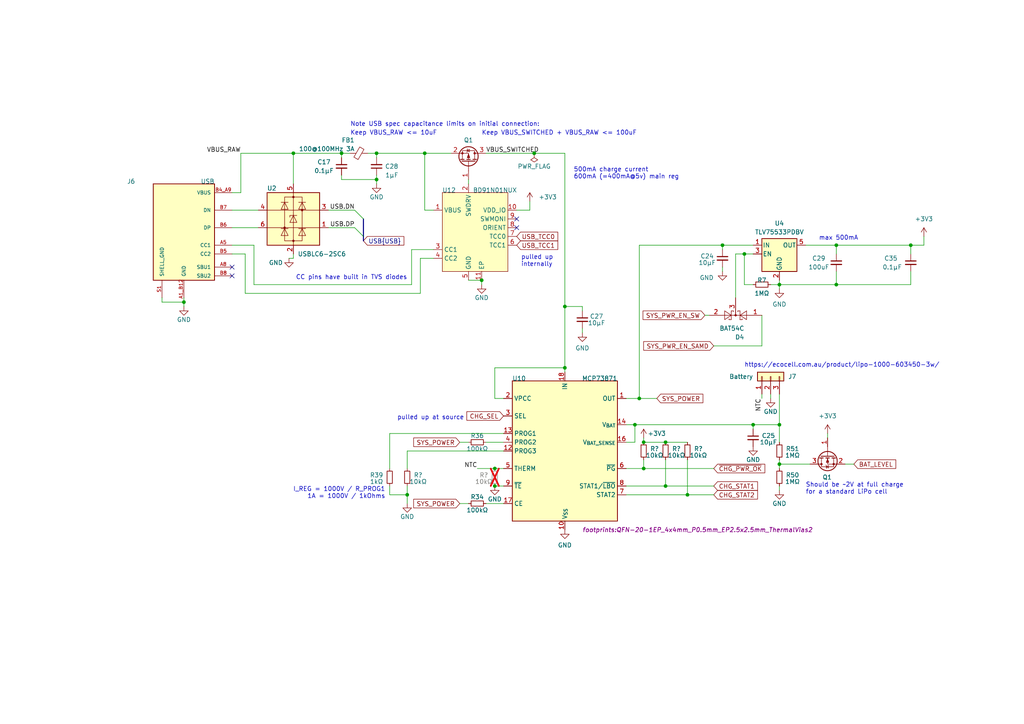
<source format=kicad_sch>
(kicad_sch (version 20230121) (generator eeschema)
  (paper "A4")
  (title_block (title "TANGARA") (date "2023-05-30") (rev "4") (company "made by jacqueline") (comment 1 "SPDX-License-Identifier: CERN-OHL-S-2.0"))
  (lib_symbols
    (symbol "Battery_Management:MCP73871"
      (property "Reference" "U" (at -7.62 24.13 0))
      (property "Value" "MCP73871" (at -15.24 21.59 0))
      (symbol "MCP73871_0_1"
        (rectangle (start -15.24 20.32) (end 15.24 -20.32) (stroke (width 0.254)) (fill (type background)))
      )
      (symbol "MCP73871_1_1"
        (pin power_out line (at 17.78 15.24 180) (length 2.54) (name "OUT") (number "1"))
        (pin power_in line (at 0 -22.86 90) (length 2.54) (name "V_{SS}") (number "10"))
        (pin passive line (at 0 -22.86 90) (length 2.54) hide (name "V_{SS}") (number "11"))
        (pin bidirectional line (at -17.78 0 0) (length 2.54) (name "PROG3") (number "12"))
        (pin bidirectional line (at -17.78 5.08 0) (length 2.54) (name "PROG1") (number "13"))
        (pin power_out line (at 17.78 7.62 180) (length 2.54) (name "V_{BAT}") (number "14"))
        (pin passive line (at 17.78 7.62 180) (length 2.54) hide (name "V_{BAT}") (number "15"))
        (pin input line (at 17.78 2.54 180) (length 2.54) (name "V_{BAT_SENSE}") (number "16"))
        (pin input line (at -17.78 -15.24 0) (length 2.54) (name "CE") (number "17"))
        (pin power_in line (at 0 22.86 270) (length 2.54) (name "IN") (number "18"))
        (pin passive line (at 0 22.86 270) (length 2.54) hide (name "IN") (number "19"))
        (pin input line (at -17.78 15.24 0) (length 2.54) (name "VPCC") (number "2"))
        (pin passive line (at 17.78 15.24 180) (length 2.54) hide (name "OUT") (number "20"))
        (pin passive line (at 0 -22.86 90) (length 2.54) hide (name "V_{SS}") (number "21"))
        (pin input line (at -17.78 10.16 0) (length 2.54) (name "SEL") (number "3"))
        (pin input line (at -17.78 2.54 0) (length 2.54) (name "PROG2") (number "4"))
        (pin bidirectional line (at -17.78 -5.08 0) (length 2.54) (name "THERM") (number "5"))
        (pin open_collector line (at 17.78 -5.08 180) (length 2.54) (name "~{PG}") (number "6"))
        (pin open_collector line (at 17.78 -12.7 180) (length 2.54) (name "STAT2") (number "7"))
        (pin open_collector line (at 17.78 -10.16 180) (length 2.54) (name "STAT1/~{LBO}") (number "8"))
        (pin input line (at -17.78 -10.16 0) (length 2.54) (name "~{TE}") (number "9"))
      )
    )
    (symbol "Connector_Generic:Conn_01x03" (pin_names (offset 1.016) hide)
      (property "Reference" "J" (at 0 5.08 0))
      (property "Value" "Conn_01x03" (at 0 -5.08 0))
      (symbol "Conn_01x03_1_1"
        (rectangle (start -1.27 -2.413) (end 0 -2.667) (stroke (width 0.1524)))
        (rectangle (start -1.27 0.127) (end 0 -0.127) (stroke (width 0.1524)))
        (rectangle (start -1.27 2.667) (end 0 2.413) (stroke (width 0.1524)))
        (rectangle (start -1.27 3.81) (end 1.27 -3.81) (stroke (width 0.254)) (fill (type background)))
        (pin passive line (at -5.08 2.54 0) (length 3.81) (name "Pin_1") (number "1"))
        (pin passive line (at -5.08 0 0) (length 3.81) (name "Pin_2") (number "2"))
        (pin passive line (at -5.08 -2.54 0) (length 3.81) (name "Pin_3") (number "3"))
      )
    )
    (symbol "Device:C_Small" (pin_numbers hide) (pin_names (offset 0.254) hide)
      (property "Reference" "C" (at 0.254 1.778 0))
      (property "Value" "C_Small" (at 0.254 -2.032 0))
      (symbol "C_Small_0_1"
        (polyline (pts (xy -1.524 -0.508) (xy 1.524 -0.508)) (stroke (width 0.3302)))
        (polyline (pts (xy -1.524 0.508) (xy 1.524 0.508)) (stroke (width 0.3048)))
      )
      (symbol "C_Small_1_1"
        (pin passive line (at 0 2.54 270) (length 2.032) (name "~") (number "1"))
        (pin passive line (at 0 -2.54 90) (length 2.032) (name "~") (number "2"))
      )
    )
    (symbol "Device:Ferrite_Bead_Small" (pin_numbers hide) (pin_names (offset 0))
      (property "Reference" "FB" (at 1.905 1.27 0))
      (property "Value" "Device_Ferrite_Bead_Small" (at 1.905 -1.27 0))
      (symbol "Ferrite_Bead_Small_0_1"
        (polyline (pts (xy 0 -1.27) (xy 0 -0.7874)))
        (polyline (pts (xy 0 0.889) (xy 0 1.2954)))
        (polyline (pts (xy -1.8288 0.2794) (xy -1.1176 1.4986) (xy 1.8288 -0.2032) (xy 1.1176 -1.4224) (xy -1.8288 0.2794)))
      )
      (symbol "Ferrite_Bead_Small_1_1"
        (pin passive line (at 0 2.54 270) (length 1.27) (name "~") (number "1"))
        (pin passive line (at 0 -2.54 90) (length 1.27) (name "~") (number "2"))
      )
    )
    (symbol "Device:Q_NMOS_GSD" (pin_names (offset 0) hide)
      (property "Reference" "Q" (at 5.08 1.27 0))
      (property "Value" "Q_NMOS_GSD" (at 5.08 -1.27 0))
      (symbol "Q_NMOS_GSD_0_1"
        (polyline (pts (xy 0.254 0) (xy -2.54 0)))
        (polyline (pts (xy 0.254 1.905) (xy 0.254 -1.905)) (stroke (width 0.254)))
        (polyline (pts (xy 0.762 -1.27) (xy 0.762 -2.286)) (stroke (width 0.254)))
        (polyline (pts (xy 0.762 0.508) (xy 0.762 -0.508)) (stroke (width 0.254)))
        (polyline (pts (xy 0.762 2.286) (xy 0.762 1.27)) (stroke (width 0.254)))
        (polyline (pts (xy 2.54 2.54) (xy 2.54 1.778)))
        (polyline (pts (xy 2.54 -2.54) (xy 2.54 0) (xy 0.762 0)))
        (polyline (pts (xy 0.762 -1.778) (xy 3.302 -1.778) (xy 3.302 1.778) (xy 0.762 1.778)))
        (polyline (pts (xy 1.016 0) (xy 2.032 0.381) (xy 2.032 -0.381) (xy 1.016 0)) (fill (type outline)))
        (polyline (pts (xy 2.794 0.508) (xy 2.921 0.381) (xy 3.683 0.381) (xy 3.81 0.254)))
        (polyline (pts (xy 3.302 0.381) (xy 2.921 -0.254) (xy 3.683 -0.254) (xy 3.302 0.381)))
        (circle (center 1.651 0) (radius 2.794) (stroke (width 0.254)))
        (circle (center 2.54 -1.778) (radius 0.254) (fill (type outline)))
        (circle (center 2.54 1.778) (radius 0.254) (fill (type outline)))
      )
      (symbol "Q_NMOS_GSD_1_1"
        (pin input line (at -5.08 0 0) (length 2.54) (name "G") (number "1"))
        (pin passive line (at 2.54 -5.08 90) (length 2.54) (name "S") (number "2"))
        (pin passive line (at 2.54 5.08 270) (length 2.54) (name "D") (number "3"))
      )
    )
    (symbol "Device:Q_PMOS_GSD" (pin_names (offset 0) hide)
      (property "Reference" "Q" (at 5.08 1.27 0))
      (property "Value" "Q_PMOS_GSD" (at 5.08 -1.27 0))
      (symbol "Q_PMOS_GSD_0_1"
        (polyline (pts (xy 0.254 0) (xy -2.54 0)))
        (polyline (pts (xy 0.254 1.905) (xy 0.254 -1.905)) (stroke (width 0.254)))
        (polyline (pts (xy 0.762 -1.27) (xy 0.762 -2.286)) (stroke (width 0.254)))
        (polyline (pts (xy 0.762 0.508) (xy 0.762 -0.508)) (stroke (width 0.254)))
        (polyline (pts (xy 0.762 2.286) (xy 0.762 1.27)) (stroke (width 0.254)))
        (polyline (pts (xy 2.54 2.54) (xy 2.54 1.778)))
        (polyline (pts (xy 2.54 -2.54) (xy 2.54 0) (xy 0.762 0)))
        (polyline (pts (xy 0.762 1.778) (xy 3.302 1.778) (xy 3.302 -1.778) (xy 0.762 -1.778)))
        (polyline (pts (xy 2.286 0) (xy 1.27 0.381) (xy 1.27 -0.381) (xy 2.286 0)) (fill (type outline)))
        (polyline (pts (xy 2.794 -0.508) (xy 2.921 -0.381) (xy 3.683 -0.381) (xy 3.81 -0.254)))
        (polyline (pts (xy 3.302 -0.381) (xy 2.921 0.254) (xy 3.683 0.254) (xy 3.302 -0.381)))
        (circle (center 1.651 0) (radius 2.794) (stroke (width 0.254)))
        (circle (center 2.54 -1.778) (radius 0.254) (fill (type outline)))
        (circle (center 2.54 1.778) (radius 0.254) (fill (type outline)))
      )
      (symbol "Q_PMOS_GSD_1_1"
        (pin input line (at -5.08 0 0) (length 2.54) (name "G") (number "1"))
        (pin passive line (at 2.54 -5.08 90) (length 2.54) (name "S") (number "2"))
        (pin passive line (at 2.54 5.08 270) (length 2.54) (name "D") (number "3"))
      )
    )
    (symbol "Device:R_Small" (pin_numbers hide) (pin_names (offset 0.254) hide)
      (property "Reference" "R" (at 0.762 0.508 0))
      (property "Value" "R_Small" (at 0.762 -1.016 0))
      (symbol "R_Small_0_1"
        (rectangle (start -0.762 1.778) (end 0.762 -1.778) (stroke (width 0.2032)))
      )
      (symbol "R_Small_1_1"
        (pin passive line (at 0 2.54 270) (length 0.762) (name "~") (number "1"))
        (pin passive line (at 0 -2.54 90) (length 0.762) (name "~") (number "2"))
      )
    )
    (symbol "Diode:BAT54C" (pin_names (offset 1.016))
      (property "Reference" "D" (at 0.635 -3.81 0))
      (property "Value" "BAT54C" (at -6.35 3.175 0))
      (symbol "BAT54C_0_1"
        (polyline (pts (xy -1.905 0) (xy 1.905 0)))
        (polyline (pts (xy -1.905 1.27) (xy -1.905 1.016)))
        (polyline (pts (xy -1.27 -1.27) (xy -0.635 -1.27)))
        (polyline (pts (xy -1.27 0) (xy -3.81 0)))
        (polyline (pts (xy -1.27 1.27) (xy -1.905 1.27)))
        (polyline (pts (xy -1.27 1.27) (xy -1.27 -1.27)))
        (polyline (pts (xy -0.635 -1.27) (xy -0.635 -1.016)))
        (polyline (pts (xy 0.635 -1.27) (xy 0.635 -1.016)))
        (polyline (pts (xy 1.27 -1.27) (xy 0.635 -1.27)))
        (polyline (pts (xy 1.27 1.27) (xy 1.27 -1.27)))
        (polyline (pts (xy 1.27 1.27) (xy 1.905 1.27)))
        (polyline (pts (xy 1.905 1.27) (xy 1.905 1.016)))
        (polyline (pts (xy 3.81 0) (xy 1.27 0)))
        (polyline (pts (xy -3.175 -1.27) (xy -3.175 1.27) (xy -1.27 0) (xy -3.175 -1.27)))
        (polyline (pts (xy 3.175 -1.27) (xy 3.175 1.27) (xy 1.27 0) (xy 3.175 -1.27)))
        (circle (center 0 0) (radius 0.254) (fill (type outline)))
      )
      (symbol "BAT54C_1_1"
        (pin passive line (at -7.62 0 0) (length 3.81) (name "~") (number "1"))
        (pin passive line (at 7.62 0 180) (length 3.81) (name "~") (number "2"))
        (pin passive line (at 0 -5.08 90) (length 5.08) (name "~") (number "3"))
      )
    )
    (symbol "Power_Protection:USBLC6-2SC6" (pin_names hide)
      (property "Reference" "U2" (at -7.62 8.89 0))
      (property "Value" "USBLC6-2SC6" (at 1.27 -10.16 0))
      (symbol "USBLC6-2SC6_0_1"
        (rectangle (start -7.62 7.62) (end 7.62 -7.62) (stroke (width 0.254)) (fill (type background)))
        (circle (center -2.54 -2.54) (radius 0.254) (fill (type outline)))
        (rectangle (start -2.54 6.35) (end 2.54 -6.35))
        (circle (center 0 -6.35) (radius 0.254) (fill (type outline)))
        (polyline (pts (xy -7.62 -2.54) (xy 7.62 -2.54)))
        (polyline (pts (xy -1.524 -2.794) (xy -3.556 -2.794)))
        (polyline (pts (xy -1.524 4.826) (xy -3.556 4.826)))
        (polyline (pts (xy 0 -7.62) (xy 0 -6.35)))
        (polyline (pts (xy 0 -6.35) (xy 0 1.27)))
        (polyline (pts (xy 0 1.27) (xy 0 6.35)))
        (polyline (pts (xy 0 6.35) (xy 0 7.62)))
        (polyline (pts (xy 1.524 -2.794) (xy 3.556 -2.794)))
        (polyline (pts (xy 1.524 4.826) (xy 3.556 4.826)))
        (polyline (pts (xy 7.62 2.54) (xy -7.62 2.54)))
        (polyline (pts (xy -3.556 -4.826) (xy -1.524 -4.826) (xy -2.54 -2.794) (xy -3.556 -4.826)))
        (polyline (pts (xy -3.556 2.794) (xy -1.524 2.794) (xy -2.54 4.826) (xy -3.556 2.794)))
        (polyline (pts (xy -1.016 -1.016) (xy 1.016 -1.016) (xy 0 1.016) (xy -1.016 -1.016)))
        (polyline (pts (xy 1.016 1.016) (xy 0.762 1.016) (xy -1.016 1.016) (xy -1.016 0.508)))
        (polyline (pts (xy 3.556 -4.826) (xy 1.524 -4.826) (xy 2.54 -2.794) (xy 3.556 -4.826)))
        (polyline (pts (xy 3.556 2.794) (xy 1.524 2.794) (xy 2.54 4.826) (xy 3.556 2.794)))
        (circle (center 0 6.35) (radius 0.254) (fill (type outline)))
        (circle (center 2.54 2.54) (radius 0.254) (fill (type outline)))
      )
      (symbol "USBLC6-2SC6_1_1"
        (pin passive line (at 10.16 -2.54 180) (length 2.54) (name "I/O1") (number "1"))
        (pin passive line (at 0 -10.16 90) (length 2.54) (name "GND") (number "2"))
        (pin passive line (at 10.16 2.54 180) (length 2.54) (name "I/O2") (number "3"))
        (pin passive line (at -10.16 2.54 0) (length 2.54) (name "I/O2") (number "4"))
        (pin passive line (at 0 10.16 270) (length 2.54) (name "VBUS") (number "5"))
        (pin passive line (at -10.16 -2.54 0) (length 2.54) (name "I/O1") (number "6"))
      )
    )
    (symbol "Regulator_Linear:TLV75533PDBV" (pin_names (offset 0.254))
      (property "Reference" "U" (at -3.81 5.715 0))
      (property "Value" "TLV75533PDBV" (at 0 5.715 0))
      (symbol "TLV75533PDBV_0_1"
        (rectangle (start -5.08 4.445) (end 5.08 -5.08) (stroke (width 0.254)) (fill (type background)))
      )
      (symbol "TLV75533PDBV_1_1"
        (pin power_in line (at -7.62 2.54 0) (length 2.54) (name "IN") (number "1"))
        (pin power_in line (at 0 -7.62 90) (length 2.54) (name "GND") (number "2"))
        (pin input line (at -7.62 0 0) (length 2.54) (name "EN") (number "3"))
        (pin no_connect line (at 5.08 0 180) (length 2.54) hide (name "NC") (number "4"))
        (pin power_out line (at 7.62 2.54 180) (length 2.54) (name "OUT") (number "5"))
      )
    )
    (symbol "power:+3V3" (power) (pin_names (offset 0))
      (property "Value" "+3V3" (at 0 3.556 0))
      (symbol "+3V3_0_1"
        (polyline (pts (xy -0.762 1.27) (xy 0 2.54)))
        (polyline (pts (xy 0 0) (xy 0 2.54)))
        (polyline (pts (xy 0 2.54) (xy 0.762 1.27)))
      )
      (symbol "+3V3_1_1"
        (pin power_in line (at 0 0 90) (length 0) hide (name "+3V3") (number "1"))
      )
    )
    (symbol "power:GND" (power) (pin_names (offset 0))
      (property "Value" "GND" (at 0 -3.81 0))
      (symbol "GND_0_1"
        (polyline (pts (xy 0 0) (xy 0 -1.27) (xy 1.27 -1.27) (xy 0 -2.54) (xy -1.27 -1.27) (xy 0 -1.27)))
      )
      (symbol "GND_1_1"
        (pin power_in line (at 0 0 270) (length 0) hide (name "GND") (number "1"))
      )
    )
    (symbol "power:PWR_FLAG" (power) (pin_numbers hide) (pin_names (offset 0) hide)
      (property "Value" "PWR_FLAG" (at 0 3.81 0))
      (symbol "PWR_FLAG_0_0"
        (pin power_out line (at 0 0 90) (length 0) (name "pwr") (number "1"))
      )
      (symbol "PWR_FLAG_0_1"
        (polyline (pts (xy 0 0) (xy 0 1.27) (xy -1.016 1.905) (xy 0 2.54) (xy 1.016 1.905) (xy 0 1.27)))
      )
    )
    (symbol "symbols:BD91N01NUX"
      (property "Reference" "U" (at 0 13.97 0))
      (property "Value" "BD91N01NUX" (at 5.08 16.51 0))
      (symbol "BD91N01NUX_0_1"
        (rectangle (start -12.7 12.7) (end 6.35 -10.16) (fill (type background)))
      )
      (symbol "BD91N01NUX_1_1"
        (pin power_in line (at -15.24 7.62 0) (length 2.54) (name "VBUS") (number "1"))
        (pin power_in line (at 8.89 7.62 180) (length 2.54) (name "VDD_IO") (number "10"))
        (pin power_in line (at -1.27 -12.7 90) (length 2.54) (name "EP") (number "11"))
        (pin output line (at -5.08 15.24 270) (length 2.54) (name "SWDRV") (number "2"))
        (pin input line (at -15.24 -3.81 0) (length 2.54) (name "CC1") (number "3"))
        (pin input line (at -15.24 -6.35 0) (length 2.54) (name "CC2") (number "4"))
        (pin power_in line (at -5.08 -12.7 90) (length 2.54) (name "GND") (number "5"))
        (pin output line (at 8.89 -2.54 180) (length 2.54) (name "TCC1") (number "6"))
        (pin output line (at 8.89 0 180) (length 2.54) (name "TCC0") (number "7"))
        (pin output line (at 8.89 2.54 180) (length 2.54) (name "ORIENT") (number "8"))
        (pin output line (at 8.89 5.08 180) (length 2.54) (name "SWMONI") (number "9"))
      )
    )
    (symbol "symbols:USB4510-03-1-A_REVA" (pin_names (offset 1.016))
      (property "Reference" "J" (at -12.7 16.002 0))
      (property "Value" "USB4510-03-1-A_REVA" (at -12.7 -18.542 0))
      (symbol "USB4510-03-1-A_REVA_0_0"
        (rectangle (start -5.08 15.24) (end 12.7 -12.7) (stroke (width 0.254)) (fill (type background)))
        (pin power_in line (at 3.81 -17.78 90) (length 5.08) (name "GND") (number "A1_B12"))
        (pin power_in line (at 17.78 12.7 180) (length 5.08) hide (name "VBUS") (number "A4_B9"))
        (pin bidirectional line (at 17.78 -2.54 180) (length 5.08) (name "CC1") (number "A5"))
        (pin bidirectional line (at 17.78 2.54 180) (length 5.08) hide (name "DP") (number "A6"))
        (pin bidirectional line (at 17.78 7.62 180) (length 5.08) hide (name "DN") (number "A7"))
        (pin bidirectional line (at 17.78 -8.89 180) (length 5.08) (name "SBU1") (number "A8"))
        (pin power_in line (at 3.81 -17.78 90) (length 5.08) hide (name "GND") (number "B1_A12"))
        (pin power_in line (at 17.78 12.7 180) (length 5.08) (name "VBUS") (number "B4_A9"))
        (pin bidirectional line (at 17.78 -5.08 180) (length 5.08) (name "CC2") (number "B5"))
        (pin bidirectional line (at 17.78 2.54 180) (length 5.08) (name "DP") (number "B6"))
        (pin bidirectional line (at 17.78 7.62 180) (length 5.08) (name "DN") (number "B7"))
        (pin bidirectional line (at 17.78 -11.43 180) (length 5.08) (name "SBU2") (number "B8"))
        (pin power_in line (at -2.54 -17.78 90) (length 5.08) (name "SHELL_GND") (number "S1"))
        (pin power_in line (at -2.54 -17.78 90) (length 5.08) hide (name "SHELL_GND") (number "S2"))
        (pin power_in line (at -2.54 -17.78 90) (length 5.08) hide (name "SHELL_GND") (number "S3"))
        (pin power_in line (at -2.54 -17.78 90) (length 5.08) hide (name "SHELL_GND") (number "S4"))
      )
    )
  )
  (junction (at 209.55 71.12))
  (junction (at 226.06 134.62))
  (junction (at 154.94 44.45))
  (junction (at 53.34 87.63))
  (junction (at 99.06 44.45))
  (junction (at 143.51 135.89))
  (junction (at 264.16 71.12))
  (junction (at 123.19 44.45))
  (junction (at 184.15 123.19))
  (junction (at 109.22 52.07))
  (junction (at 242.57 71.12))
  (junction (at 218.44 123.19))
  (junction (at 143.51 140.97))
  (junction (at 186.69 135.89))
  (junction (at 193.04 140.97))
  (junction (at 109.22 44.45))
  (junction (at 199.39 143.51))
  (junction (at 85.09 44.45))
  (junction (at 163.83 106.68))
  (junction (at 226.06 123.19))
  (junction (at 139.7 81.28))
  (junction (at 193.04 128.27))
  (junction (at 226.06 82.55))
  (junction (at 186.69 128.27))
  (junction (at 185.42 115.57))
  (junction (at 118.11 143.51))
  (junction (at 163.83 88.9))
  (junction (at 242.57 82.55))
  (junction (at 215.9 73.66))
  (no_connect (at 149.86 63.5))
  (no_connect (at 149.86 66.04))
  (no_connect (at 67.31 80.01))
  (no_connect (at 67.31 77.47))
  (bus_entry (at 102.87 60.96) (size 2.54 2.54))
  (bus_entry (at 102.87 66.04) (size 2.54 2.54))
  (wire (pts (xy 69.85 44.45) (xy 69.85 55.88)))
  (wire (pts (xy 123.19 44.45) (xy 123.19 60.96)))
  (wire (pts (xy 242.57 73.66) (xy 242.57 71.12)))
  (wire (pts (xy 119.38 82.55) (xy 119.38 72.39)))
  (wire (pts (xy 109.22 50.8) (xy 109.22 52.07)))
  (wire (pts (xy 133.35 146.05) (xy 135.89 146.05)))
  (wire (pts (xy 109.22 52.07) (xy 109.22 53.34)))
  (wire (pts (xy 95.25 66.04) (xy 102.87 66.04)))
  (wire (pts (xy 226.06 82.55) (xy 242.57 82.55)))
  (wire (pts (xy 264.16 71.12) (xy 267.97 71.12)))
  (wire (pts (xy 181.61 140.97) (xy 193.04 140.97)))
  (wire (pts (xy 185.42 71.12) (xy 185.42 115.57)))
  (wire (pts (xy 143.51 106.68) (xy 163.83 106.68)))
  (wire (pts (xy 264.16 78.74) (xy 264.16 82.55)))
  (wire (pts (xy 143.51 115.57) (xy 143.51 106.68)))
  (wire (pts (xy 186.69 133.35) (xy 186.69 135.89)))
  (wire (pts (xy 95.25 60.96) (xy 102.87 60.96)))
  (wire (pts (xy 118.11 143.51) (xy 118.11 146.05)))
  (wire (pts (xy 53.34 86.36) (xy 53.34 87.63)))
  (wire (pts (xy 119.38 72.39) (xy 125.73 72.39)))
  (wire (pts (xy 245.11 134.62) (xy 247.65 134.62)))
  (wire (pts (xy 146.05 115.57) (xy 143.51 115.57)))
  (wire (pts (xy 218.44 82.55) (xy 215.9 82.55)))
  (wire (pts (xy 109.22 52.07) (xy 99.06 52.07)))
  (wire (pts (xy 209.55 71.12) (xy 218.44 71.12)))
  (wire (pts (xy 163.83 44.45) (xy 163.83 88.9)))
  (bus (pts (xy 105.41 68.58) (xy 105.41 69.85)))
  (wire (pts (xy 118.11 140.97) (xy 118.11 143.51)))
  (wire (pts (xy 99.06 50.8) (xy 99.06 52.07)))
  (wire (pts (xy 85.09 44.45) (xy 99.06 44.45)))
  (wire (pts (xy 67.31 71.12) (xy 73.66 71.12)))
  (wire (pts (xy 123.19 44.45) (xy 130.81 44.45)))
  (wire (pts (xy 121.92 85.09) (xy 121.92 74.93)))
  (wire (pts (xy 71.12 85.09) (xy 121.92 85.09)))
  (wire (pts (xy 220.98 115.57) (xy 220.98 114.3)))
  (wire (pts (xy 181.61 143.51) (xy 199.39 143.51)))
  (wire (pts (xy 223.52 114.3) (xy 223.52 115.57)))
  (wire (pts (xy 67.31 60.96) (xy 74.93 60.96)))
  (wire (pts (xy 233.68 71.12) (xy 242.57 71.12)))
  (wire (pts (xy 135.89 52.07) (xy 135.89 53.34)))
  (wire (pts (xy 209.55 72.39) (xy 209.55 71.12)))
  (wire (pts (xy 220.98 100.33) (xy 220.98 91.44)))
  (wire (pts (xy 149.86 60.96) (xy 153.67 60.96)))
  (wire (pts (xy 146.05 146.05) (xy 140.97 146.05)))
  (wire (pts (xy 143.51 140.97) (xy 146.05 140.97)))
  (wire (pts (xy 215.9 73.66) (xy 218.44 73.66)))
  (wire (pts (xy 99.06 44.45) (xy 99.06 45.72)))
  (wire (pts (xy 85.09 44.45) (xy 85.09 53.34)))
  (wire (pts (xy 226.06 140.97) (xy 226.06 142.24)))
  (wire (pts (xy 226.06 82.55) (xy 226.06 81.28)))
  (wire (pts (xy 226.06 123.19) (xy 226.06 128.27)))
  (wire (pts (xy 135.89 81.28) (xy 139.7 81.28)))
  (wire (pts (xy 109.22 45.72) (xy 109.22 44.45)))
  (wire (pts (xy 181.61 115.57) (xy 185.42 115.57)))
  (wire (pts (xy 140.97 44.45) (xy 154.94 44.45)))
  (wire (pts (xy 264.16 71.12) (xy 264.16 73.66)))
  (wire (pts (xy 207.01 100.33) (xy 220.98 100.33)))
  (wire (pts (xy 46.99 86.36) (xy 46.99 87.63)))
  (wire (pts (xy 146.05 130.81) (xy 118.11 130.81)))
  (wire (pts (xy 109.22 44.45) (xy 106.68 44.45)))
  (wire (pts (xy 226.06 83.82) (xy 226.06 82.55)))
  (wire (pts (xy 193.04 140.97) (xy 207.01 140.97)))
  (wire (pts (xy 163.83 88.9) (xy 163.83 106.68)))
  (wire (pts (xy 193.04 128.27) (xy 199.39 128.27)))
  (wire (pts (xy 218.44 123.19) (xy 226.06 123.19)))
  (wire (pts (xy 186.69 127) (xy 186.69 128.27)))
  (wire (pts (xy 67.31 73.66) (xy 71.12 73.66)))
  (wire (pts (xy 168.91 90.17) (xy 168.91 88.9)))
  (wire (pts (xy 67.31 55.88) (xy 69.85 55.88)))
  (wire (pts (xy 184.15 128.27) (xy 184.15 123.19)))
  (wire (pts (xy 181.61 135.89) (xy 186.69 135.89)))
  (wire (pts (xy 118.11 130.81) (xy 118.11 135.89)))
  (wire (pts (xy 242.57 78.74) (xy 242.57 82.55)))
  (wire (pts (xy 140.97 128.27) (xy 146.05 128.27)))
  (wire (pts (xy 71.12 73.66) (xy 71.12 85.09)))
  (wire (pts (xy 242.57 71.12) (xy 264.16 71.12)))
  (wire (pts (xy 153.67 60.96) (xy 153.67 58.42)))
  (wire (pts (xy 109.22 44.45) (xy 123.19 44.45)))
  (wire (pts (xy 209.55 77.47) (xy 209.55 78.74)))
  (wire (pts (xy 223.52 82.55) (xy 226.06 82.55)))
  (wire (pts (xy 168.91 88.9) (xy 163.83 88.9)))
  (wire (pts (xy 163.83 106.68) (xy 163.83 107.95)))
  (wire (pts (xy 73.66 71.12) (xy 73.66 82.55)))
  (wire (pts (xy 226.06 134.62) (xy 226.06 133.35)))
  (wire (pts (xy 267.97 68.58) (xy 267.97 71.12)))
  (wire (pts (xy 181.61 128.27) (xy 184.15 128.27)))
  (wire (pts (xy 113.03 140.97) (xy 113.03 143.51)))
  (wire (pts (xy 184.15 123.19) (xy 218.44 123.19)))
  (wire (pts (xy 226.06 134.62) (xy 234.95 134.62)))
  (wire (pts (xy 146.05 125.73) (xy 113.03 125.73)))
  (wire (pts (xy 226.06 135.89) (xy 226.06 134.62)))
  (wire (pts (xy 168.91 95.25) (xy 168.91 96.52)))
  (wire (pts (xy 213.36 73.66) (xy 213.36 86.36)))
  (wire (pts (xy 67.31 66.04) (xy 74.93 66.04)))
  (wire (pts (xy 143.51 135.89) (xy 146.05 135.89)))
  (wire (pts (xy 185.42 71.12) (xy 209.55 71.12)))
  (wire (pts (xy 139.7 81.28) (xy 139.7 82.55)))
  (wire (pts (xy 193.04 133.35) (xy 193.04 140.97)))
  (wire (pts (xy 138.43 135.89) (xy 143.51 135.89)))
  (wire (pts (xy 185.42 115.57) (xy 190.5 115.57)))
  (wire (pts (xy 85.09 73.66) (xy 85.09 74.93)))
  (wire (pts (xy 53.34 87.63) (xy 53.34 88.9)))
  (bus (pts (xy 105.41 63.5) (xy 105.41 68.58)))
  (wire (pts (xy 46.99 87.63) (xy 53.34 87.63)))
  (wire (pts (xy 242.57 82.55) (xy 264.16 82.55)))
  (wire (pts (xy 199.39 143.51) (xy 207.01 143.51)))
  (wire (pts (xy 99.06 44.45) (xy 101.6 44.45)))
  (wire (pts (xy 226.06 114.3) (xy 226.06 123.19)))
  (wire (pts (xy 186.69 135.89) (xy 207.01 135.89)))
  (wire (pts (xy 133.35 128.27) (xy 135.89 128.27)))
  (wire (pts (xy 113.03 143.51) (xy 118.11 143.51)))
  (wire (pts (xy 218.44 123.19) (xy 218.44 124.46)))
  (wire (pts (xy 204.47 91.44) (xy 205.74 91.44)))
  (wire (pts (xy 186.69 128.27) (xy 193.04 128.27)))
  (wire (pts (xy 199.39 133.35) (xy 199.39 143.51)))
  (wire (pts (xy 240.03 125.73) (xy 240.03 127)))
  (wire (pts (xy 85.09 74.93) (xy 83.82 74.93)))
  (wire (pts (xy 69.85 44.45) (xy 85.09 44.45)))
  (wire (pts (xy 113.03 125.73) (xy 113.03 135.89)))
  (wire (pts (xy 121.92 74.93) (xy 125.73 74.93)))
  (wire (pts (xy 213.36 73.66) (xy 215.9 73.66)))
  (wire (pts (xy 73.66 82.55) (xy 119.38 82.55)))
  (wire (pts (xy 125.73 60.96) (xy 123.19 60.96)))
  (wire (pts (xy 154.94 44.45) (xy 163.83 44.45)))
  (wire (pts (xy 215.9 82.55) (xy 215.9 73.66)))
  (wire (pts (xy 181.61 123.19) (xy 184.15 123.19)))
  (text "https://ecocell.com.au/product/lipo-1000-603450-3w/" (at 215.9 106.68 0) (effects (font (size 1.27 1.27)) (justify left bottom)))
  (text "max 500mA" (at 237.49 69.85 0) (effects (font (size 1.27 1.27)) (justify left bottom)))
  (text "500mA charge current\n600mA (=400mA@5v) main reg" (at 166.37 52.07 0) (effects (font (size 1.27 1.27)) (justify left bottom)))
  (text "pulled up\ninternally" (at 151.13 77.47 0) (effects (font (size 1.27 1.27)) (justify left bottom)))
  (text "CC pins have built in TVS diodes" (at 118.11 81.28 0) (effects (font (size 1.27 1.27)) (justify right bottom)))
  (text "Should be ~2V at full charge\nfor a standard LiPo cell" (at 233.68 143.51 0) (effects (font (size 1.27 1.27)) (justify left bottom)))
  (text "pulled up at source" (at 134.62 121.92 0) (effects (font (size 1.27 1.27)) (justify right bottom)))
  (text "I_REG = 1000V / R_PROG1\n1A = 1000V / 1kOhms" (at 111.76 144.78 0) (effects (font (size 1.27 1.27)) (justify right bottom)))
  (text "Keep VBUS_RAW <= 10uF" (at 101.6 39.37 0) (effects (font (size 1.27 1.27)) (justify left bottom)))
  (text "Keep VBUS_SWITCHED + VBUS_RAW <= 100uF" (at 139.7 39.37 0) (effects (font (size 1.27 1.27)) (justify left bottom)))
  (text "Note USB spec capacitance limits on initial connection:" (at 101.6 36.83 0) (effects (font (size 1.27 1.27)) (justify left bottom)))
  (label "NTC" (at 138.43 135.89 180))
  (label "VBUS_RAW" (at 69.85 44.45 180))
  (label "USB.DP" (at 102.87 66.04 180))
  (label "VBUS_SWITCHED" (at 140.97 44.45 0))
  (label "NTC" (at 220.98 115.57 270))
  (label "USB.DN" (at 102.87 60.96 180))
  (global_label "~{CHG_PWR_OK}" (shape input) (at 207.01 135.89 0) (property "Intersheetrefs" "${INTERSHEET_REFS}" (effects hide)))
  (global_label "SYS_PWR_EN_SAMD" (shape input) (at 207.01 100.33 180) (property "Intersheetrefs" "${INTERSHEET_REFS}" (effects hide)))
  (global_label "SYS_POWER" (shape input) (at 133.35 146.05 180) (property "Intersheetrefs" "${INTERSHEET_REFS}" (effects hide)))
  (global_label "CHG_STAT2" (shape input) (at 207.01 143.51 0) (property "Intersheetrefs" "${INTERSHEET_REFS}" (effects hide)))
  (global_label "USB_TCC0" (shape input) (at 149.86 68.58 0) (property "Intersheetrefs" "${INTERSHEET_REFS}" (effects hide)))
  (global_label "SYS_POWER" (shape input) (at 133.35 128.27 180) (property "Intersheetrefs" "${INTERSHEET_REFS}" (effects hide)))
  (global_label "USB_TCC1" (shape input) (at 149.86 71.12 0) (property "Intersheetrefs" "${INTERSHEET_REFS}" (effects hide)))
  (global_label "SYS_PWR_EN_SW" (shape input) (at 204.47 91.44 180) (property "Intersheetrefs" "${INTERSHEET_REFS}" (effects hide)))
  (global_label "CHG_SEL" (shape input) (at 146.05 120.65 180) (property "Intersheetrefs" "${INTERSHEET_REFS}" (effects hide)))
  (global_label "CHG_STAT1" (shape input) (at 207.01 140.97 0) (property "Intersheetrefs" "${INTERSHEET_REFS}" (effects hide)))
  (global_label "BAT_LEVEL" (shape input) (at 247.65 134.62 0) (property "Intersheetrefs" "${INTERSHEET_REFS}" (effects hide)))
  (global_label "SYS_POWER" (shape input) (at 190.5 115.57 0) (property "Intersheetrefs" "${INTERSHEET_REFS}" (effects hide)))
  (global_label "USB{USB}" (shape input) (at 105.41 69.85 0) (property "Intersheetrefs" "${INTERSHEET_REFS}" (effects hide)))
  (symbol (lib_id "Device:R_Small") (at 226.06 138.43 0) (unit 1)
    (property "Reference" "R50" (at 229.87 137.795 0))
    (property "Value" "1MΩ" (at 229.87 139.7 0))
    (property "Footprint" "Resistor_SMD:R_0603_1608Metric" (effects hide))
    (property "MPN" "AC0603FR-131ML" (effects hide))
  )
  (symbol (lib_id "symbols:BD91N01NUX") (at 140.97 68.58 0) (unit 1)
    (property "Reference" "U12" (at 128.27 55.88 0) (effects (justify left bottom)))
    (property "Value" "BD91N01NUX" (at 137.16 55.88 0) (effects (justify left bottom)))
    (property "Footprint" "footprints:BD91N01NUX-E2" (effects hide))
    (property "MPN" "BD91N01NUX" (effects hide))
  )
  (symbol (lib_id "Power_Protection:USBLC6-2SC6") (at 85.09 63.5 0) (unit 1)
    (property "Reference" "U2" (at 77.47 54.61 0) (effects (justify left)))
    (property "Value" "USBLC6-2SC6" (at 86.36 73.66 0) (effects (justify left)))
    (property "Footprint" "Package_TO_SOT_SMD:SOT-23-6" (effects hide))
    (property "Datasheet" "https://www.st.com/resource/en/datasheet/usblc6-2.pdf" (effects hide))
    (property "MPN" "USBLC6-2SC6" (effects hide))
  )
  (symbol (lib_id "power:GND") (at 109.22 53.34 0) (unit 1)
    (property "Reference" "#PWR0202" (effects hide))
    (property "Value" "GND" (at 109.22 57.15 0))
  )
  (symbol (lib_id "power:+3V3") (at 186.69 127 0) (unit 1)
    (property "Reference" "#PWR0124" (effects hide))
    (property "Value" "+3V3" (at 190.5 125.73 0))
    (instances (project "tangara-mainboard" (path "" (reference "#PWR0124") (unit 1)) (path "" (reference "#PWR04") (unit 1))))
  )
  (symbol (lib_id "power:+3V3") (at 267.97 68.58 0) (unit 1)
    (property "Reference" "#PWR0217" (effects hide))
    (property "Value" "+3V3" (at 267.97 63.5 0))
  )
  (symbol (lib_id "Device:R_Small") (at 118.11 138.43 0) (unit 1)
    (property "Reference" "R?" (at 121.285 137.795 0))
    (property "Value" "10kΩ" (at 121.285 139.7 0))
    (property "Footprint" "Resistor_SMD:R_0603_1608Metric" (effects hide))
    (property "MPN" "AC0603JR-0710KL" (effects hide))
    (instances (project "tangara-mainboard" (path "" (reference "R?") (unit 1)) (path "" (reference "R23") (unit 1)) (path "" (reference "R35") (unit 1))))
  )
  (symbol (lib_id "Device:C_Small") (at 209.55 74.93 0) (unit 1)
    (property "Reference" "C24" (at 205.105 74.295 0))
    (property "Value" "10μF" (at 205.105 76.2 0))
    (property "Footprint" "Capacitor_SMD:C_0805_2012Metric" (effects hide))
    (property "MPN" "GRM21BR61C106KE15K" (effects hide))
  )
  (symbol (lib_id "Device:R_Small") (at 138.43 146.05 90) (unit 1)
    (property "Reference" "R34" (at 138.43 144.145 90))
    (property "Value" "100kΩ" (at 138.43 147.955 90))
    (property "Footprint" "Resistor_SMD:R_0603_1608Metric" (effects hide))
    (property "MPN" "RC0603JR-10100KL" (effects hide))
  )
  (symbol (lib_id "Device:Ferrite_Bead_Small") (at 104.14 44.45 90) (unit 1)
    (property "Reference" "FB1" (at 102.87 40.64 90) (effects (justify left)))
    (property "Value" "100@100MHz 3A" (at 102.87 43.18 90) (effects (justify left)))
    (property "Footprint" "Inductor_SMD:L_0603_1608Metric" (effects hide))
    (property "MPN" "BLM18KG101TN1D" (effects hide))
    (instances (project "tangara-mainboard" (path "" (reference "FB1") (unit 1))) (project "reform2-motherboard" (path "" (reference "FB17") (unit 1))))
  )
  (symbol (lib_id "power:GND") (at 223.52 115.57 0) (unit 1)
    (property "Reference" "#PWR0213" (effects hide))
    (property "Value" "GND" (at 223.52 119.38 0))
  )
  (symbol (lib_id "Device:C_Small") (at 218.44 127 0) (mirror y) (unit 1)
    (property "Reference" "C25" (at 222.885 126.365 0))
    (property "Value" "10μF" (at 222.885 128.27 0))
    (property "Footprint" "Capacitor_SMD:C_0805_2012Metric" (effects hide))
    (property "MPN" "GRM21BR61C106KE15K" (effects hide))
  )
  (symbol (lib_id "Battery_Management:MCP73871") (at 163.83 130.81 0) (unit 1)
    (property "Reference" "U10" (at 148.59 110.49 0) (effects (justify left bottom)))
    (property "Value" "MCP73871" (at 179.07 110.49 0) (effects (justify right bottom)))
    (property "Footprint" "footprints:QFN-20-1EP_4x4mm_P0.5mm_EP2.5x2.5mm_ThermalVias2" (at 168.91 153.67 0) (effects (font italic) (justify left)))
    (property "Datasheet" "http://www.mouser.com/ds/2/268/22090a-52174.pdf" (effects hide))
    (property "MPN" "MCP73871-2CCI/ML" (effects hide))
  )
  (symbol (lib_id "power:PWR_FLAG") (at 154.94 44.45 180) (unit 1)
    (property "Reference" "#FLG0202" (effects hide))
    (property "Value" "PWR_FLAG" (at 154.94 48.26 0))
  )
  (symbol (lib_id "power:GND") (at 83.82 74.93 0) (unit 1)
    (property "Reference" "#PWR0203" (effects hide))
    (property "Value" "GND" (at 80.01 76.2 0))
  )
  (symbol (lib_id "power:GND") (at 53.34 88.9 0) (unit 1)
    (property "Reference" "#PWR0201" (effects hide))
    (property "Value" "GND" (at 53.34 92.71 0))
  )
  (symbol (lib_id "power:GND") (at 143.51 140.97 0) (unit 1)
    (property "Reference" "#PWR0208" (effects hide))
    (property "Value" "GND" (at 143.51 144.78 0))
  )
  (symbol (lib_id "Device:R_Small") (at 226.06 130.81 0) (unit 1)
    (property "Reference" "R51" (at 229.87 130.175 0))
    (property "Value" "1MΩ" (at 229.87 132.08 0))
    (property "Footprint" "Resistor_SMD:R_0603_1608Metric" (effects hide))
    (property "MPN" "AC0603FR-131ML" (effects hide))
  )
  (symbol (lib_id "Device:R_Small") (at 220.98 82.55 90) (unit 1)
    (property "Reference" "R7" (at 220.98 81.28 90))
    (property "Value" "1MΩ" (at 220.98 85.09 90))
    (property "Footprint" "Resistor_SMD:R_0603_1608Metric" (effects hide))
    (property "MPN" "AC0603FR-131ML" (effects hide))
  )
  (symbol (lib_id "Device:R_Small") (at 113.03 138.43 0) (mirror y) (unit 1)
    (property "Reference" "R39" (at 109.22 137.795 0))
    (property "Value" "1kΩ" (at 109.22 139.7 0))
    (property "Footprint" "Resistor_SMD:R_0603_1608Metric" (effects hide))
    (property "MPN" "ERJ-3RBD1001V" (effects hide))
  )
  (symbol (lib_id "Device:C_Small") (at 168.91 92.71 0) (mirror y) (unit 1)
    (property "Reference" "C27" (at 173.0375 91.7575 0))
    (property "Value" "10μF" (at 173.0375 93.6625 0))
    (property "Footprint" "Capacitor_SMD:C_0805_2012Metric" (effects hide))
    (property "MPN" "GRM21BR61C106KE15K" (effects hide))
  )
  (symbol (lib_id "Device:R_Small") (at 138.43 128.27 90) (unit 1)
    (property "Reference" "R36" (at 138.43 126.365 90))
    (property "Value" "100kΩ" (at 138.43 130.175 90))
    (property "Footprint" "Resistor_SMD:R_0603_1608Metric" (effects hide))
    (property "MPN" "RC0603JR-10100KL" (effects hide))
  )
  (symbol (lib_id "Regulator_Linear:TLV75533PDBV") (at 226.06 73.66 0) (unit 1)
    (property "Reference" "U4" (at 226.06 64.77 0))
    (property "Value" "TLV75533PDBV" (at 226.06 67.31 0))
    (property "Footprint" "Package_TO_SOT_SMD:SOT-23-5" (effects hide))
    (property "Datasheet" "http://www.ti.com/lit/ds/symlink/tlv755p.pdf" (effects hide))
    (property "MPN" "TLV75533PDBV" (effects hide))
  )
  (symbol (lib_id "Device:C_Small") (at 264.16 76.2 0) (mirror y) (unit 1)
    (property "Reference" "C35" (at 260.35 74.93 0) (effects (justify left)))
    (property "Value" "0.1μF" (at 261.62 77.4762 0) (effects (justify left)))
    (property "Footprint" "Capacitor_SMD:C_0603_1608Metric" (effects hide))
    (property "MPN" "GCM188R71C104KA37J" (effects hide))
    (instances (project "tangara-mainboard" (path "" (reference "C35") (unit 1)) (path "" (reference "C22") (unit 1))))
  )
  (symbol (lib_id "power:+3V3") (at 153.67 58.42 0) (unit 1)
    (property "Reference" "#PWR0205" (effects hide))
    (property "Value" "+3V3" (at 156.21 57.1499 0) (effects (justify left)))
  )
  (symbol (lib_id "power:GND") (at 139.7 82.55 0) (unit 1)
    (property "Reference" "#PWR0204" (effects hide))
    (property "Value" "GND" (at 139.7 86.36 0))
  )
  (symbol (lib_id "power:GND") (at 209.55 78.74 0) (unit 1)
    (property "Reference" "#PWR029" (effects hide))
    (property "Value" "GND" (at 207.01 81.28 0) (effects (justify right bottom)))
  )
  (symbol (lib_id "Device:Q_PMOS_GSD") (at 135.89 46.99 270) (mirror x) (unit 1)
    (property "Reference" "Q1" (at 135.89 40.64 90))
    (property "Value" "PMV48XPA2R" (effects hide))
    (property "Footprint" "Package_TO_SOT_SMD:TSOT-23" (effects hide))
    (property "MPN" "PMV48XPA2R" (effects hide))
  )
  (symbol (lib_id "Device:R_Small") (at 193.04 130.81 0) (unit 1)
    (property "Reference" "R?" (at 196.215 130.175 0))
    (property "Value" "10kΩ" (at 196.215 132.08 0))
    (property "Footprint" "Resistor_SMD:R_0603_1608Metric" (effects hide))
    (property "MPN" "AC0603JR-0710KL" (effects hide))
    (instances (project "tangara-mainboard" (path "" (reference "R?") (unit 1)) (path "" (reference "R23") (unit 1)) (path "" (reference "R37") (unit 1))))
  )
  (symbol (lib_id "Device:R_Small") (at 143.51 138.43 0) (mirror y) (unit 1) (dnp yes)
    (property "Reference" "R?" (at 140.335 137.795 0))
    (property "Value" "10kΩ" (at 140.335 139.7 0))
    (property "Footprint" "Resistor_SMD:R_0603_1608Metric" (effects hide))
    (property "MPN" "AC0603JR-0710KL" (effects hide))
    (instances (project "tangara-mainboard" (path "" (reference "R?") (unit 1)) (path "" (reference "R23") (unit 1)) (path "" (reference "R1") (unit 1))))
  )
  (symbol (lib_id "power:GND") (at 118.11 146.05 0) (unit 1)
    (property "Reference" "#PWR0206" (effects hide))
    (property "Value" "GND" (at 118.11 149.86 0))
  )
  (symbol (lib_id "power:GND") (at 218.44 129.54 0) (mirror y) (unit 1)
    (property "Reference" "#PWR0211" (effects hide))
    (property "Value" "GND" (at 218.44 133.35 0))
  )
  (symbol (lib_id "Device:C_Small") (at 99.06 48.26 0) (unit 1)
    (property "Reference" "C17" (at 93.98 46.99 0))
    (property "Value" "0.1μF" (at 93.98 49.53 0))
    (property "Footprint" "Capacitor_SMD:C_0603_1608Metric" (effects hide))
    (property "MPN" "GCM188R71C104KA37J" (effects hide))
    (instances (project "tangara-mainboard" (path "" (reference "C17") (unit 1)) (path "" (reference "C37") (unit 1))) (project "audio" (path "" (reference "C14") (unit 1))))
  )
  (symbol (lib_id "power:GND") (at 226.06 83.82 0) (unit 1)
    (property "Reference" "#PWR01" (effects hide))
    (property "Value" "GND" (at 226.06 88.265 0))
  )
  (symbol (lib_id "Device:C_Small") (at 109.22 48.26 180) (unit 1)
    (property "Reference" "C28" (at 115.57 48.26 0) (effects (justify left)))
    (property "Value" "1μF" (at 115.57 50.8 0) (effects (justify left)))
    (property "Footprint" "Capacitor_SMD:C_0805_2012Metric" (effects hide))
    (property "MPN" "GRM216R61C105KA88D" (effects hide))
  )
  (symbol (lib_id "power:+3V3") (at 240.03 125.73 0) (unit 1)
    (property "Reference" "#PWR026" (effects hide))
    (property "Value" "+3V3" (at 240.03 120.65 0))
  )
  (symbol (lib_id "Device:Q_NMOS_GSD") (at 240.03 132.08 90) (mirror x) (unit 1)
    (property "Reference" "Q1" (at 241.3 138.43 90) (effects (justify left)))
    (property "Value" "PJC138K" (effects hide))
    (property "Footprint" "Package_TO_SOT_SMD:SOT-323_SC-70" (effects hide))
    (property "MPN" "PJC138K_R1_00001" (effects hide))
    (instances (project "gay-ipod-faceplate" (path "" (reference "Q1") (unit 1))) (project "tangara-mainboard" (path "" (reference "Q3") (unit 1)) (path "" (reference "Q2") (unit 1))))
  )
  (symbol (lib_id "Diode:BAT54C") (at 213.36 91.44 180) (unit 1)
    (property "Reference" "D4" (at 215.9 97.79 0) (effects (justify left)))
    (property "Value" "BAT54C" (at 215.9 95.25 0) (effects (justify left)))
    (property "Footprint" "Package_TO_SOT_SMD:SOT-23" (effects hide))
    (property "Datasheet" "http://www.diodes.com/_files/datasheets/ds11005.pdf" (effects hide))
  )
  (symbol (lib_id "Device:C_Small") (at 242.57 76.2 0) (unit 1)
    (property "Reference" "C29" (at 237.49 74.93 0))
    (property "Value" "100uF" (at 237.49 77.47 0))
    (property "Footprint" "Capacitor_SMD:C_1210_3225Metric" (effects hide))
    (property "MPN" "C1210C107M4PACTU" (effects hide))
  )
  (symbol (lib_id "power:GND") (at 226.06 142.24 0) (unit 1)
    (property "Reference" "#PWR0214" (effects hide))
    (property "Value" "GND" (at 226.06 146.05 0))
  )
  (symbol (lib_id "symbols:USB4510-03-1-A_REVA") (at 49.53 68.58 0) (unit 1)
    (property "Reference" "J6" (at 36.83 53.34 0) (effects (justify left bottom)))
    (property "Value" "USB" (at 62.23 53.34 0) (effects (justify right bottom)))
    (property "Footprint" "footprints:GCT_USB4510-03-1-A_REVA" (effects hide))
    (property "Datasheet" "https://www.usb.org/sites/default/files/documents/usb_type-c.zip" (effects hide))
    (property "MPN" "USB4510-03-1-A" (effects hide))
    (property "PARTREV" "A" (effects hide))
    (property "STANDARD" "Manufacturer Recommendations" (effects hide))
    (property "MAXIMUM_PACKAGE_HEIGHT" "2.46mm" (effects hide))
    (property "MANUFACTURER" "GCT" (effects hide))
  )
  (symbol (lib_id "power:GND") (at 163.83 153.67 0) (unit 1)
    (property "Reference" "#PWR0210" (effects hide))
    (property "Value" "GND" (at 163.83 158.115 0))
  )
  (symbol (lib_id "power:GND") (at 168.91 96.52 0) (mirror y) (unit 1)
    (property "Reference" "#PWR0209" (effects hide))
    (property "Value" "GND" (at 168.91 100.965 0))
  )
  (symbol (lib_id "Device:R_Small") (at 199.39 130.81 0) (unit 1)
    (property "Reference" "R?" (at 202.565 130.175 0))
    (property "Value" "10kΩ" (at 202.565 132.08 0))
    (property "Footprint" "Resistor_SMD:R_0603_1608Metric" (effects hide))
    (property "MPN" "AC0603JR-0710KL" (effects hide))
    (instances (project "tangara-mainboard" (path "" (reference "R?") (unit 1)) (path "" (reference "R23") (unit 1)) (path "" (reference "R38") (unit 1))))
  )
  (symbol (lib_id "Device:R_Small") (at 186.69 130.81 0) (unit 1)
    (property "Reference" "R?" (at 189.865 130.175 0))
    (property "Value" "10kΩ" (at 189.865 132.08 0))
    (property "Footprint" "Resistor_SMD:R_0603_1608Metric" (effects hide))
    (property "MPN" "AC0603JR-0710KL" (effects hide))
    (instances (project "tangara-mainboard" (path "" (reference "R?") (unit 1)) (path "" (reference "R23") (unit 1)) (path "" (reference "R41") (unit 1))))
  )
  (symbol (lib_id "Connector_Generic:Conn_01x03") (at 223.52 109.22 90) (unit 1)
    (property "Reference" "J7" (at 228.6 109.22 90) (effects (justify right)))
    (property "Value" "Battery" (at 218.44 109.22 90) (effects (justify left)))
    (property "Footprint" "Connector_JST:JST_PH_S3B-PH-K_1x03_P2.00mm_Horizontal" (effects hide))
    (property "MPN" "S3B-PH-K-S(LF)(SN)" (effects hide))
  )
)
</source>
